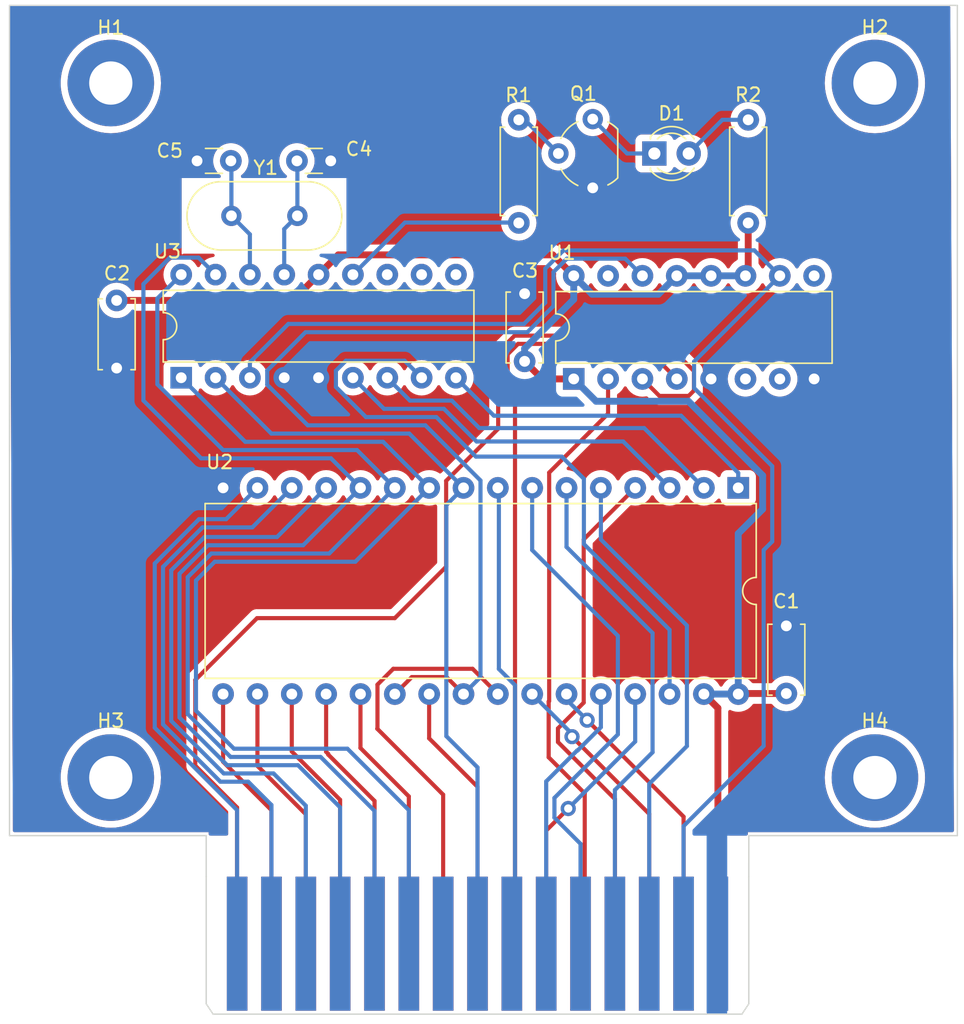
<source format=kicad_pcb>
(kicad_pcb (version 20221018) (generator pcbnew)
  (layers (0 "F.Cu" signal) (31 "B.Cu" signal) (34 "B.Paste" user) (35 "F.Paste" user) (36 "B.SilkS" user "B.Silkscreen") (37 "F.SilkS" user "F.Silkscreen") (38 "B.Mask" user) (39 "F.Mask" user) (44 "Edge.Cuts" user))
  (net 0 "")
  (net 1 "+5V")
  (net 2 "GNDD")
  (net 3 "/D2")
  (net 4 "/~{CS_hC000}")
  (net 5 "/D1")
  (net 6 "/D3")
  (net 7 "/D0")
  (net 8 "/D4")
  (net 9 "/A0")
  (net 10 "/D5")
  (net 11 "/A1")
  (net 12 "/D6")
  (net 13 "/A2")
  (net 14 "/D7")
  (net 15 "GND")
  (net 16 "/A11")
  (net 17 "/A3")
  (net 18 "/A10")
  (net 19 "/A4")
  (net 20 "/~{CS_h8000}")
  (net 21 "/A13")
  (net 22 "/A14")
  (net 23 "/A5")
  (net 24 "/~{CS_hA000}")
  (net 25 "/A6")
  (net 26 "/A12")
  (net 27 "/A7")
  (net 28 "/A9")
  (net 29 "/~{CS_hE000}")
  (net 30 "/A8")
  (net 31 "Net-(U3-RB7{slash}T1OSI{slash}PGD)")
  (net 35 "Net-(U3-CLKOUT{slash}OSC2{slash}RA6)")
  (net 36 "Net-(U3-CLKIN{slash}OSC1{slash}RA7)")
  (net 37 "Net-(U2-A18)")
  (net 38 "Net-(U2-A16)")
  (net 39 "Net-(U2-A15)")
  (net 40 "Net-(U2-A17)")
  (net 41 "Net-(D1-K)")
  (net 44 "Net-(U1-GS)")
  (net 46 "Net-(D1-A)")
  (net 47 "Net-(Q1-B)")
  (footprint "Capacitor_THT:C_Disc_D3.0mm_W1.6mm_P2.50mm" (layer "F.Cu") (at 126.629375 66.967 180)
    (fp_text reference "C4" (at -2.085 0.8764) (layer "F.SilkS"))
    (fp_text value "18pf")
    (pad "1" thru_hole circle (at 0 0 180) (size 1.6 1.6) (drill 0.8) (layers "*.Cu" "*.Mask") (net 2 "GNDD"))
    (pad "2" thru_hole circle (at 2.5 0 180) (size 1.6 1.6) (drill 0.8) (layers "*.Cu" "*.Mask") (net 35 "Net-(U3-CLKOUT{slash}OSC2{slash}RA6)"))
  )
  (footprint "Capacitor_THT:C_Disc_D5.0mm_W2.5mm_P5.00mm" (layer "F.Cu") (at 160.3248 106.3352 90)
    (fp_text reference "C1" (at 6.818 0 180) (layer "F.SilkS"))
    (fp_text value "C")
    (pad "1" thru_hole circle (at 0 0 90) (size 1.6 1.6) (drill 0.8) (layers "*.Cu" "*.Mask") (net 1 "+5V"))
    (pad "2" thru_hole circle (at 5 0 90) (size 1.6 1.6) (drill 0.8) (layers "*.Cu" "*.Mask") (net 2 "GNDD"))
  )
  (footprint "Capacitor_THT:C_Disc_D5.0mm_W2.5mm_P5.00mm" (layer "F.Cu") (at 110.7948 77.2814 -90)
    (fp_text reference "C2" (at -1.9958 -0.0254 -180) (layer "F.SilkS"))
    (fp_text value "C")
    (pad "1" thru_hole circle (at 0 0 270) (size 1.6 1.6) (drill 0.8) (layers "*.Cu" "*.Mask") (net 1 "+5V"))
    (pad "2" thru_hole circle (at 5 0 270) (size 1.6 1.6) (drill 0.8) (layers "*.Cu" "*.Mask") (net 2 "GNDD"))
  )
  (footprint "MountingHole:MountingHole_3.2mm_M3_Pad" (layer "F.Cu") (at 166.878 61.214)
    (fp_text reference "H2" (at 0 -4.1148) (layer "F.SilkS"))
    (fp_text value "MountingHole")
    (pad "1" thru_hole circle (at 0 0) (size 6.4 6.4) (drill 3.2) (layers "*.Cu" "*.Mask"))
  )
  (footprint "Package_TO_SOT_THT:TO-92_Wide" (layer "F.Cu") (at 146.0072 68.961 90)
    (fp_text reference "Q1" (at 6.9596 -0.6938 180) (layer "F.SilkS"))
    (fp_text value "2N3904")
    (pad "1" thru_hole rect (at 0 0 90) (size 1.5 1.5) (drill 0.8) (layers "*.Cu" "*.Mask") (net 2 "GNDD"))
    (pad "2" thru_hole circle (at 2.54 -2.54 90) (size 1.5 1.5) (drill 0.8) (layers "*.Cu" "*.Mask") (net 47 "Net-(Q1-B)"))
    (pad "3" thru_hole circle (at 5.08 0 90) (size 1.5 1.5) (drill 0.8) (layers "*.Cu" "*.Mask") (net 41 "Net-(D1-K)"))
  )
  (footprint "Resistor_THT:R_Axial_DIN0207_L6.3mm_D2.5mm_P7.62mm_Horizontal" (layer "F.Cu") (at 140.5382 63.9318 -90)
    (fp_text reference "R1" (at -1.8288 0.0254 -180) (layer "F.SilkS"))
    (fp_text value "1K")
    (pad "1" thru_hole circle (at 0 0 270) (size 1.6 1.6) (drill 0.8) (layers "*.Cu" "*.Mask") (net 47 "Net-(Q1-B)"))
    (pad "2" thru_hole oval (at 7.62 0 270) (size 1.6 1.6) (drill 0.8) (layers "*.Cu" "*.Mask") (net 31 "Net-(U3-RB7{slash}T1OSI{slash}PGD)"))
  )
  (footprint "Capacitor_THT:C_Disc_D3.0mm_W1.6mm_P2.50mm" (layer "F.Cu") (at 119.243375 66.967 180)
    (fp_text reference "C5" (at 4.5244 0.7494) (layer "F.SilkS"))
    (fp_text value "18pf")
    (pad "1" thru_hole circle (at 0 0 180) (size 1.6 1.6) (drill 0.8) (layers "*.Cu" "*.Mask") (net 36 "Net-(U3-CLKIN{slash}OSC1{slash}RA7)"))
    (pad "2" thru_hole circle (at 2.5 0 180) (size 1.6 1.6) (drill 0.8) (layers "*.Cu" "*.Mask") (net 2 "GNDD"))
  )
  (footprint "Resistor_THT:R_Axial_DIN0207_L6.3mm_D2.5mm_P7.62mm_Horizontal" (layer "F.Cu") (at 157.5054 63.9318 -90)
    (fp_text reference "R2" (at -1.8542 0 -180) (layer "F.SilkS"))
    (fp_text value "220R")
    (pad "1" thru_hole circle (at 0 0 270) (size 1.6 1.6) (drill 0.8) (layers "*.Cu" "*.Mask") (net 46 "Net-(D1-A)"))
    (pad "2" thru_hole oval (at 7.62 0 270) (size 1.6 1.6) (drill 0.8) (layers "*.Cu" "*.Mask") (net 1 "+5V"))
  )
  (footprint "Package_DIP:DIP-32_W15.24mm" (layer "F.Cu") (at 156.7688 91.1352 -90)
    (fp_text reference "U2" (at -1.905 38.354) (layer "F.SilkS"))
    (fp_text value "SST39SF040")
    (pad "1" thru_hole rect (at 0 0 270) (size 1.6 1.6) (drill 0.8) (layers "*.Cu" "*.Mask") (net 37 "Net-(U2-A18)"))
    (pad "2" thru_hole oval (at 0 2.54 270) (size 1.6 1.6) (drill 0.8) (layers "*.Cu" "*.Mask") (net 38 "Net-(U2-A16)"))
    (pad "3" thru_hole oval (at 0 5.08 270) (size 1.6 1.6) (drill 0.8) (layers "*.Cu" "*.Mask") (net 39 "Net-(U2-A15)"))
    (pad "4" thru_hole oval (at 0 7.62 270) (size 1.6 1.6) (drill 0.8) (layers "*.Cu" "*.Mask") (net 26 "/A12"))
    (pad "5" thru_hole oval (at 0 10.16 270) (size 1.6 1.6) (drill 0.8) (layers "*.Cu" "*.Mask") (net 27 "/A7"))
    (pad "6" thru_hole oval (at 0 12.7 270) (size 1.6 1.6) (drill 0.8) (layers "*.Cu" "*.Mask") (net 25 "/A6"))
    (pad "7" thru_hole oval (at 0 15.24 270) (size 1.6 1.6) (drill 0.8) (layers "*.Cu" "*.Mask") (net 23 "/A5"))
    (pad "8" thru_hole oval (at 0 17.78 270) (size 1.6 1.6) (drill 0.8) (layers "*.Cu" "*.Mask") (net 19 "/A4"))
    (pad "9" thru_hole oval (at 0 20.32 270) (size 1.6 1.6) (drill 0.8) (layers "*.Cu" "*.Mask") (net 17 "/A3"))
    (pad "10" thru_hole oval (at 0 22.86 270) (size 1.6 1.6) (drill 0.8) (layers "*.Cu" "*.Mask") (net 13 "/A2"))
    (pad "11" thru_hole oval (at 0 25.4 270) (size 1.6 1.6) (drill 0.8) (layers "*.Cu" "*.Mask") (net 11 "/A1"))
    (pad "12" thru_hole oval (at 0 27.94 270) (size 1.6 1.6) (drill 0.8) (layers "*.Cu" "*.Mask") (net 9 "/A0"))
    (pad "13" thru_hole oval (at 0 30.48 270) (size 1.6 1.6) (drill 0.8) (layers "*.Cu" "*.Mask") (net 7 "/D0"))
    (pad "14" thru_hole oval (at 0 33.02 270) (size 1.6 1.6) (drill 0.8) (layers "*.Cu" "*.Mask") (net 5 "/D1"))
    (pad "15" thru_hole oval (at 0 35.56 270) (size 1.6 1.6) (drill 0.8) (layers "*.Cu" "*.Mask") (net 3 "/D2"))
    (pad "16" thru_hole oval (at 0 38.1 270) (size 1.6 1.6) (drill 0.8) (layers "*.Cu" "*.Mask") (net 2 "GNDD"))
    (pad "17" thru_hole oval (at 15.24 38.1 270) (size 1.6 1.6) (drill 0.8) (layers "*.Cu" "*.Mask") (net 6 "/D3"))
    (pad "18" thru_hole oval (at 15.24 35.56 270) (size 1.6 1.6) (drill 0.8) (layers "*.Cu" "*.Mask") (net 8 "/D4"))
    (pad "19" thru_hole oval (at 15.24 33.02 270) (size 1.6 1.6) (drill 0.8) (layers "*.Cu" "*.Mask") (net 10 "/D5"))
    (pad "20" thru_hole oval (at 15.24 30.48 270) (size 1.6 1.6) (drill 0.8) (layers "*.Cu" "*.Mask") (net 12 "/D6"))
    (pad "21" thru_hole oval (at 15.24 27.94 270) (size 1.6 1.6) (drill 0.8) (layers "*.Cu" "*.Mask") (net 14 "/D7"))
    (pad "22" thru_hole oval (at 15.24 25.4 270) (size 1.6 1.6) (drill 0.8) (layers "*.Cu" "*.Mask") (net 44 "Net-(U1-GS)"))
    (pad "23" thru_hole oval (at 15.24 22.86 270) (size 1.6 1.6) (drill 0.8) (layers "*.Cu" "*.Mask") (net 18 "/A10"))
    (pad "24" thru_hole oval (at 15.24 20.32 270) (size 1.6 1.6) (drill 0.8) (layers "*.Cu" "*.Mask") (net 44 "Net-(U1-GS)"))
    (pad "25" thru_hole oval (at 15.24 17.78 270) (size 1.6 1.6) (drill 0.8) (layers "*.Cu" "*.Mask") (net 16 "/A11"))
    (pad "26" thru_hole oval (at 15.24 15.24 270) (size 1.6 1.6) (drill 0.8) (layers "*.Cu" "*.Mask") (net 28 "/A9"))
    (pad "27" thru_hole oval (at 15.24 12.7 270) (size 1.6 1.6) (drill 0.8) (layers "*.Cu" "*.Mask") (net 30 "/A8"))
    (pad "28" thru_hole oval (at 15.24 10.16 270) (size 1.6 1.6) (drill 0.8) (layers "*.Cu" "*.Mask") (net 21 "/A13"))
    (pad "29" thru_hole oval (at 15.24 7.62 270) (size 1.6 1.6) (drill 0.8) (layers "*.Cu" "*.Mask") (net 22 "/A14"))
    (pad "30" thru_hole oval (at 15.24 5.08 270) (size 1.6 1.6) (drill 0.8) (layers "*.Cu" "*.Mask") (net 40 "Net-(U2-A17)"))
    (pad "31" thru_hole oval (at 15.24 2.54 270) (size 1.6 1.6) (drill 0.8) (layers "*.Cu" "*.Mask") (net 1 "+5V"))
    (pad "32" thru_hole oval (at 15.24 0 270) (size 1.6 1.6) (drill 0.8) (layers "*.Cu" "*.Mask") (net 1 "+5V"))
  )
  (footprint "MountingHole:MountingHole_3.2mm_M3_Pad" (layer "F.Cu") (at 166.878 112.5474)
    (fp_text reference "H4" (at 0 -4.2) (layer "F.SilkS"))
    (fp_text value "MountingHole")
    (pad "1" thru_hole circle (at 0 0) (size 6.4 6.4) (drill 3.2) (layers "*.Cu" "*.Mask"))
  )
  (footprint "Capacitor_THT:C_Disc_D5.0mm_W2.5mm_P5.00mm" (layer "F.Cu") (at 140.97 81.7834 90)
    (fp_text reference "C3" (at 6.701 0.0254 180) (layer "F.SilkS"))
    (fp_text value "C")
    (pad "1" thru_hole circle (at 0 0 90) (size 1.6 1.6) (drill 0.8) (layers "*.Cu" "*.Mask") (net 1 "+5V"))
    (pad "2" thru_hole circle (at 5 0 90) (size 1.6 1.6) (drill 0.8) (layers "*.Cu" "*.Mask") (net 2 "GNDD"))
  )
  (footprint "Connector_PCBEdge_EXT:Colecovision_Cartridge" (layer "F.Cu") (at 115.895 126.729)
    (fp_text reference "J1" hide)
    (fp_text value "Conn_02x15_Odd_Even")
    (fp_line (start 1.524 2.54) (end 1.524 -6.858) (stroke (width 0.1)) (layer "Edge.Cuts"))
    (fp_line (start 2.032 3.302) (end 1.524 2.54) (stroke (width 0.1)) (layer "Edge.Cuts"))
    (fp_line (start 41.148 3.302) (end 2.032 3.302) (stroke (width 0.1)) (layer "Edge.Cuts"))
    (fp_line (start 41.656 -6.858) (end 41.656 2.54) (stroke (width 0.1)) (layer "Edge.Cuts"))
    (fp_line (start 41.656 2.54) (end 41.148 3.302) (stroke (width 0.1)) (layer "Edge.Cuts"))
    (pad "1" connect rect (at 3.81 -1.905) (size 1.524 9.906) (layers "B.Cu" "B.Mask") (net 3 "/D2"))
    (pad "2" connect rect (at 3.81 -1.905) (size 1.524 9.906) (layers "F.Cu" "F.Mask") (net 4 "/~{CS_hC000}"))
    (pad "3" connect rect (at 6.35 -1.905) (size 1.524 9.906) (layers "B.Cu" "B.Mask") (net 5 "/D1"))
    (pad "4" connect rect (at 6.35 -1.905) (size 1.524 9.906) (layers "F.Cu" "F.Mask") (net 6 "/D3"))
    (pad "5" connect rect (at 8.89 -1.905) (size 1.524 9.906) (layers "B.Cu" "B.Mask") (net 7 "/D0"))
    (pad "6" connect rect (at 8.89 -1.905) (size 1.524 9.906) (layers "F.Cu" "F.Mask") (net 8 "/D4"))
    (pad "7" connect rect (at 11.43 -1.905) (size 1.524 9.906) (layers "B.Cu" "B.Mask") (net 9 "/A0"))
    (pad "8" connect rect (at 11.43 -1.905) (size 1.524 9.906) (layers "F.Cu" "F.Mask") (net 10 "/D5"))
    (pad "9" connect rect (at 13.97 -1.905) (size 1.524 9.906) (layers "B.Cu" "B.Mask") (net 11 "/A1"))
    (pad "10" connect rect (at 13.97 -1.905) (size 1.524 9.906) (layers "F.Cu" "F.Mask") (net 12 "/D6"))
    (pad "11" connect rect (at 16.51 -1.905) (size 1.524 9.906) (layers "B.Cu" "B.Mask") (net 13 "/A2"))
    (pad "12" connect rect (at 16.51 -1.905) (size 1.524 9.906) (layers "F.Cu" "F.Mask") (net 14 "/D7"))
    (pad "13" connect rect (at 19.05 -1.905) (size 1.524 9.906) (layers "B.Cu" "B.Mask") (net 15 "GND"))
    (pad "14" connect rect (at 19.05 -1.905) (size 1.524 9.906) (layers "F.Cu" "F.Mask") (net 16 "/A11"))
    (pad "15" connect rect (at 21.59 -1.905) (size 1.524 9.906) (layers "B.Cu" "B.Mask") (net 17 "/A3"))
    (pad "16" connect rect (at 21.59 -1.905) (size 1.524 9.906) (layers "F.Cu" "F.Mask") (net 18 "/A10"))
    (pad "17" connect rect (at 24.13 -1.905) (size 1.524 9.906) (layers "B.Cu" "B.Mask") (net 19 "/A4"))
    (pad "18" connect rect (at 24.13 -1.905) (size 1.524 9.906) (layers "F.Cu" "F.Mask") (net 20 "/~{CS_h8000}"))
    (pad "19" connect rect (at 26.67 -1.905) (size 1.524 9.906) (layers "B.Cu" "B.Mask") (net 21 "/A13"))
    (pad "20" connect rect (at 26.67 -1.905) (size 1.524 9.906) (layers "F.Cu" "F.Mask") (net 22 "/A14"))
    (pad "21" connect rect (at 29.21 -1.905) (size 1.524 9.906) (layers "B.Cu" "B.Mask") (net 23 "/A5"))
    (pad "22" connect rect (at 29.21 -1.905) (size 1.524 9.906) (layers "F.Cu" "F.Mask") (net 24 "/~{CS_hA000}"))
    (pad "23" connect rect (at 31.75 -1.905) (size 1.524 9.906) (layers "B.Cu" "B.Mask") (net 25 "/A6"))
    (pad "24" connect rect (at 31.75 -1.905) (size 1.524 9.906) (layers "F.Cu" "F.Mask") (net 26 "/A12"))
    (pad "25" connect rect (at 34.29 -1.905) (size 1.524 9.906) (layers "B.Cu" "B.Mask") (net 27 "/A7"))
    (pad "26" connect rect (at 34.29 -1.905) (size 1.524 9.906) (layers "F.Cu" "F.Mask") (net 28 "/A9"))
    (pad "27" connect rect (at 36.83 -1.905) (size 1.524 9.906) (layers "B.Cu" "B.Mask") (net 29 "/~{CS_hE000}"))
    (pad "28" connect rect (at 36.83 -1.905) (size 1.524 9.906) (layers "F.Cu" "F.Mask") (net 30 "/A8"))
    (pad "29" connect rect (at 39.37 -1.905) (size 1.524 9.906) (layers "B.Cu" "B.Mask") (net 2 "GNDD"))
    (pad "30" connect rect (at 39.37 -1.905) (size 1.524 9.906) (layers "F.Cu" "F.Mask") (net 1 "+5V"))
  )
  (footprint "MountingHole:MountingHole_3.2mm_M3_Pad" (layer "F.Cu") (at 110.363 61.214)
    (fp_text reference "H1" (at 0 -4.0894) (layer "F.SilkS"))
    (fp_text value "MountingHole")
    (pad "1" thru_hole circle (at 0 0) (size 6.4 6.4) (drill 3.2) (layers "*.Cu" "*.Mask"))
  )
  (footprint "LED_THT:LED_D3.0mm" (layer "F.Cu") (at 150.5662 66.421)
    (fp_text reference "D1" (at 1.27 -2.96) (layer "F.SilkS"))
    (fp_text value "LED")
    (pad "1" thru_hole rect (at 0 0) (size 1.8 1.8) (drill 0.9) (layers "*.Cu" "*.Mask") (net 41 "Net-(D1-K)"))
    (pad "2" thru_hole circle (at 2.54 0) (size 1.8 1.8) (drill 0.9) (layers "*.Cu" "*.Mask") (net 46 "Net-(D1-A)"))
  )
  (footprint "MountingHole:MountingHole_3.2mm_M3_Pad" (layer "F.Cu") (at 110.363 112.5474)
    (fp_text reference "H3" (at 0 -4.2) (layer "F.SilkS"))
    (fp_text value "MountingHole")
    (pad "1" thru_hole circle (at 0 0) (size 6.4 6.4) (drill 3.2) (layers "*.Cu" "*.Mask"))
  )
  (footprint "Package_DIP:DIP-18_W7.62mm" (layer "F.Cu") (at 115.569975 82.9944 90)
    (fp_text reference "U3" (at 9.3372 -1.015975 180) (layer "F.SilkS"))
    (fp_text value "PIC16F648A-IP")
    (pad "1" thru_hole rect (at 0 0 90) (size 1.6 1.6) (drill 0.8) (layers "*.Cu" "*.Mask") (net 13 "/A2"))
    (pad "2" thru_hole oval (at 0 2.54 90) (size 1.6 1.6) (drill 0.8) (layers "*.Cu" "*.Mask") (net 17 "/A3"))
    (pad "3" thru_hole oval (at 0 5.08 90) (size 1.6 1.6) (drill 0.8) (layers "*.Cu" "*.Mask") (net 29 "/~{CS_hE000}"))
    (pad "4" thru_hole oval (at 0 7.62 90) (size 1.6 1.6) (drill 0.8) (layers "*.Cu" "*.Mask") (net 2 "GNDD"))
    (pad "5" thru_hole oval (at 0 10.16 90) (size 1.6 1.6) (drill 0.8) (layers "*.Cu" "*.Mask") (net 2 "GNDD"))
    (pad "6" thru_hole oval (at 0 12.7 90) (size 1.6 1.6) (drill 0.8) (layers "*.Cu" "*.Mask") (net 39 "Net-(U2-A15)"))
    (pad "7" thru_hole oval (at 0 15.24 90) (size 1.6 1.6) (drill 0.8) (layers "*.Cu" "*.Mask") (net 38 "Net-(U2-A16)"))
    (pad "8" thru_hole oval (at 0 17.78 90) (size 1.6 1.6) (drill 0.8) (layers "*.Cu" "*.Mask") (net 40 "Net-(U2-A17)"))
    (pad "9" thru_hole oval (at 0 20.32 90) (size 1.6 1.6) (drill 0.8) (layers "*.Cu" "*.Mask") (net 37 "Net-(U2-A18)"))
    (pad "10" thru_hole oval (at 7.62 20.32 90) (size 1.6 1.6) (drill 0.8) (layers "*.Cu" "*.Mask"))
    (pad "11" thru_hole oval (at 7.62 17.78 90) (size 1.6 1.6) (drill 0.8) (layers "*.Cu" "*.Mask"))
    (pad "12" thru_hole oval (at 7.62 15.24 90) (size 1.6 1.6) (drill 0.8) (layers "*.Cu" "*.Mask"))
    (pad "13" thru_hole oval (at 7.62 12.7 90) (size 1.6 1.6) (drill 0.8) (layers "*.Cu" "*.Mask") (net 31 "Net-(U3-RB7{slash}T1OSI{slash}PGD)"))
    (pad "14" thru_hole oval (at 7.62 10.16 90) (size 1.6 1.6) (drill 0.8) (layers "*.Cu" "*.Mask") (net 1 "+5V"))
    (pad "15" thru_hole oval (at 7.62 7.62 90) (size 1.6 1.6) (drill 0.8) (layers "*.Cu" "*.Mask") (net 35 "Net-(U3-CLKOUT{slash}OSC2{slash}RA6)"))
    (pad "16" thru_hole oval (at 7.62 5.08 90) (size 1.6 1.6) (drill 0.8) (layers "*.Cu" "*.Mask") (net 36 "Net-(U3-CLKIN{slash}OSC1{slash}RA7)"))
    (pad "17" thru_hole oval (at 7.62 2.54 90) (size 1.6 1.6) (drill 0.8) (layers "*.Cu" "*.Mask") (net 9 "/A0"))
    (pad "18" thru_hole oval (at 7.62 0 90) (size 1.6 1.6) (drill 0.8) (layers "*.Cu" "*.Mask") (net 11 "/A1"))
  )
  (footprint "Package_DIP:DIP-16_W7.62mm" (layer "F.Cu") (at 144.6022 83.0834 90)
    (fp_text reference "U1" (at 9.3218 -0.8636 180) (layer "F.SilkS"))
    (fp_text value "74LS148")
    (pad "1" thru_hole rect (at 0 0 90) (size 1.6 1.6) (drill 0.8) (layers "*.Cu" "*.Mask") (net 1 "+5V"))
    (pad "2" thru_hole oval (at 0 2.54 90) (size 1.6 1.6) (drill 0.8) (layers "*.Cu" "*.Mask") (net 24 "/~{CS_hA000}"))
    (pad "3" thru_hole oval (at 0 5.08 90) (size 1.6 1.6) (drill 0.8) (layers "*.Cu" "*.Mask") (net 4 "/~{CS_hC000}"))
    (pad "4" thru_hole oval (at 0 7.62 90) (size 1.6 1.6) (drill 0.8) (layers "*.Cu" "*.Mask") (net 20 "/~{CS_h8000}"))
    (pad "5" thru_hole oval (at 0 10.16 90) (size 1.6 1.6) (drill 0.8) (layers "*.Cu" "*.Mask") (net 2 "GNDD"))
    (pad "6" thru_hole oval (at 0 12.7 90) (size 1.6 1.6) (drill 0.8) (layers "*.Cu" "*.Mask"))
    (pad "7" thru_hole oval (at 0 15.24 90) (size 1.6 1.6) (drill 0.8) (layers "*.Cu" "*.Mask"))
    (pad "8" thru_hole oval (at 0 17.78 90) (size 1.6 1.6) (drill 0.8) (layers "*.Cu" "*.Mask") (net 2 "GNDD"))
    (pad "9" thru_hole oval (at 7.62 17.78 90) (size 1.6 1.6) (drill 0.8) (layers "*.Cu" "*.Mask"))
    (pad "10" thru_hole oval (at 7.62 15.24 90) (size 1.6 1.6) (drill 0.8) (layers "*.Cu" "*.Mask") (net 29 "/~{CS_hE000}"))
    (pad "11" thru_hole oval (at 7.62 12.7 90) (size 1.6 1.6) (drill 0.8) (layers "*.Cu" "*.Mask") (net 1 "+5V"))
    (pad "12" thru_hole oval (at 7.62 10.16 90) (size 1.6 1.6) (drill 0.8) (layers "*.Cu" "*.Mask") (net 1 "+5V"))
    (pad "13" thru_hole oval (at 7.62 7.62 90) (size 1.6 1.6) (drill 0.8) (layers "*.Cu" "*.Mask") (net 1 "+5V"))
    (pad "14" thru_hole oval (at 7.62 5.08 90) (size 1.6 1.6) (drill 0.8) (layers "*.Cu" "*.Mask") (net 44 "Net-(U1-GS)"))
    (pad "15" thru_hole oval (at 7.62 2.54 90) (size 1.6 1.6) (drill 0.8) (layers "*.Cu" "*.Mask"))
    (pad "16" thru_hole oval (at 7.62 0 90) (size 1.6 1.6) (drill 0.8) (layers "*.Cu" "*.Mask") (net 1 "+5V"))
  )
  (footprint "Crystal:Crystal_HC49-4H_Vertical" (layer "F.Cu") (at 124.163375 71.031 180)
    (fp_text reference "Y1" (at 2.34 3.556) (layer "F.SilkS"))
    (fp_text value "Crystal")
    (pad "1" thru_hole circle (at 0 0 180) (size 1.5 1.5) (drill 0.8) (layers "*.Cu" "*.Mask") (net 35 "Net-(U3-CLKOUT{slash}OSC2{slash}RA6)"))
    (pad "2" thru_hole circle (at 4.88 0 180) (size 1.5 1.5) (drill 0.8) (layers "*.Cu" "*.Mask") (net 36 "Net-(U3-CLKIN{slash}OSC1{slash}RA7)"))
  )
  (gr_line (start 172.974 116.84) (end 172.974 55.4736) (stroke (width 0.1)) (layer "Edge.Cuts"))
  (gr_line (start 102.87 55.4736) (end 102.87 116.84) (stroke (width 0.1)) (layer "Edge.Cuts"))
  (gr_line (start 117.419 119.871) (end 117.419 116.84) (stroke (width 0.1)) (layer "Edge.Cuts"))
  (gr_line (start 172.974 55.4736) (end 102.87 55.4736) (stroke (width 0.1)) (layer "Edge.Cuts"))
  (gr_line (start 157.551371 116.84) (end 172.974 116.84) (stroke (width 0.1)) (layer "Edge.Cuts"))
  (gr_line (start 157.551 119.871) (end 157.551371 116.84) (stroke (width 0.1)) (layer "Edge.Cuts"))
  (gr_line (start 117.417373 116.84) (end 102.87 116.84) (stroke (width 0.1)) (layer "Edge.Cuts"))
  (segment (start 144.6022 75.4634) (end 143.0528 73.914) (width 0.508) (layer "F.Cu") (net 1))
  (segment (start 123.822975 77.2814) (end 125.729975 75.3744) (width 0.508) (layer "F.Cu") (net 1))
  (segment (start 157.5054 75.2602) (end 157.3022 75.4634) (width 0.508) (layer "F.Cu") (net 1))
  (segment (start 157.5054 71.5518) (end 157.5054 75.2602) (width 0.508) (layer "F.Cu") (net 1))
  (segment (start 144.6022 83.0834) (end 142.27 83.0834) (width 0.508) (layer "F.Cu") (net 1))
  (segment (start 127.190375 73.914) (end 125.729975 75.3744) (width 0.508) (layer "F.Cu") (net 1))
  (segment (start 160.3248 106.3352) (end 156.8088 106.3352) (width 0.508) (layer "F.Cu") (net 1))
  (segment (start 156.8088 106.3352) (end 156.7688 106.3752) (width 0.508) (layer "F.Cu") (net 1))
  (segment (start 110.7948 77.2814) (end 123.822975 77.2814) (width 0.508) (layer "F.Cu") (net 1))
  (segment (start 143.0528 73.914) (end 127.190375 73.914) (width 0.508) (layer "F.Cu") (net 1))
  (segment (start 142.27 83.0834) (end 140.97 81.7834) (width 0.508) (layer "F.Cu") (net 1))
  (segment (start 155.265 124.824) (end 155.265 107.4114) (width 0.508) (layer "F.Cu") (net 1))
  (segment (start 155.265 107.4114) (end 154.2288 106.3752) (width 0.508) (layer "F.Cu") (net 1))
  (segment (start 158.5722 90.221) (end 153.0856 84.7344) (width 0.508) (layer "B.Cu") (net 1))
  (segment (start 146.2532 84.7344) (end 144.6022 83.0834) (width 0.508) (layer "B.Cu") (net 1))
  (segment (start 152.2222 75.4634) (end 150.8634 76.8222) (width 0.508) (layer "B.Cu") (net 1))
  (segment (start 140.97 81.7834) (end 140.97 80.837988) (width 0.508) (layer "B.Cu") (net 1))
  (segment (start 158.5722 92.71) (end 158.5722 90.221) (width 0.508) (layer "B.Cu") (net 1))
  (segment (start 156.8088 106.3352) (end 156.7688 106.3752) (width 0.508) (layer "B.Cu") (net 1))
  (segment (start 153.0856 84.7344) (end 146.2532 84.7344) (width 0.508) (layer "B.Cu") (net 1))
  (segment (start 144.6022 77.205788) (end 144.6022 75.4634) (width 0.508) (layer "B.Cu") (net 1))
  (segment (start 145.961 76.8222) (end 144.6022 75.4634) (width 0.508) (layer "B.Cu") (net 1))
  (segment (start 150.8634 76.8222) (end 145.961 76.8222) (width 0.508) (layer "B.Cu") (net 1))
  (segment (start 154.7622 75.4634) (end 157.3022 75.4634) (width 0.508) (layer "B.Cu") (net 1))
  (segment (start 156.7688 106.3752) (end 156.7688 94.5134) (width 0.508) (layer "B.Cu") (net 1))
  (segment (start 156.7688 106.3752) (end 154.2288 106.3752) (width 0.508) (layer "B.Cu") (net 1))
  (segment (start 156.7688 94.5134) (end 158.5722 92.71) (width 0.508) (layer "B.Cu") (net 1))
  (segment (start 140.97 80.837988) (end 144.6022 77.205788) (width 0.508) (layer "B.Cu") (net 1))
  (segment (start 160.2848 106.3752) (end 160.3248 106.3352) (width 0.508) (layer "B.Cu") (net 1))
  (segment (start 152.2222 75.4634) (end 154.7622 75.4634) (width 0.508) (layer "B.Cu") (net 1))
  (segment (start 116.8908 93.4466) (end 118.8974 93.4466) (width 0.3048) (layer "B.Cu") (net 3))
  (segment (start 119.705 124.824) (end 119.705 114.9552) (width 0.3048) (layer "B.Cu") (net 3))
  (segment (start 119.705 114.9552) (end 113.6142 108.864399) (width 0.3048) (layer "B.Cu") (net 3))
  (segment (start 118.8974 93.4466) (end 121.2088 91.1352) (width 0.3048) (layer "B.Cu") (net 3))
  (segment (start 113.6142 96.723199) (end 116.8908 93.4466) (width 0.3048) (layer "B.Cu") (net 3))
  (segment (start 113.6142 108.864399) (end 113.6142 96.723199) (width 0.3048) (layer "B.Cu") (net 3))
  (segment (start 135.166 90.61445) (end 135.166 96.9646) (width 0.3048) (layer "F.Cu") (net 4))
  (segment (start 131.3688 100.7618) (end 121.1834 100.7618) (width 0.3048) (layer "F.Cu") (net 4))
  (segment (start 153.4922 82.4992) (end 150.876 79.883) (width 0.3048) (layer "F.Cu") (net 4))
  (segment (start 153.09855 84.3406) (end 153.4922 83.94695) (width 0.3048) (layer "F.Cu") (net 4))
  (segment (start 121.1834 100.7618) (end 116.6114 105.3338) (width 0.3048) (layer "F.Cu") (net 4))
  (segment (start 153.4922 83.94695) (end 153.4922 82.4992) (width 0.3048) (layer "F.Cu") (net 4))
  (segment (start 116.6114 111.6688) (end 119.705 114.7624) (width 0.3048) (layer "F.Cu") (net 4))
  (segment (start 119.705 114.7624) (end 119.705 124.824) (width 0.3048) (layer "F.Cu") (net 4))
  (segment (start 140.230345 79.883) (end 139.0142 81.099145) (width 0.3048) (layer "F.Cu") (net 4))
  (segment (start 135.166 96.9646) (end 131.3688 100.7618) (width 0.3048) (layer "F.Cu") (net 4))
  (segment (start 116.6114 105.3338) (end 116.6114 111.6688) (width 0.3048) (layer "F.Cu") (net 4))
  (segment (start 149.6822 83.0834) (end 150.9394 84.3406) (width 0.3048) (layer "F.Cu") (net 4))
  (segment (start 150.9394 84.3406) (end 153.09855 84.3406) (width 0.3048) (layer "F.Cu") (net 4))
  (segment (start 139.0142 86.76625) (end 135.166 90.61445) (width 0.3048) (layer "F.Cu") (net 4))
  (segment (start 139.0142 81.099145) (end 139.0142 86.76625) (width 0.3048) (layer "F.Cu") (net 4))
  (segment (start 150.876 79.883) (end 140.230345 79.883) (width 0.3048) (layer "F.Cu") (net 4))
  (segment (start 114.2238 108.611895) (end 114.2238 96.975703) (width 0.3048) (layer "B.Cu") (net 5))
  (segment (start 120.523 112.8522) (end 118.464104 112.8522) (width 0.3048) (layer "B.Cu") (net 5))
  (segment (start 120.8278 94.0562) (end 123.7488 91.1352) (width 0.3048) (layer "B.Cu") (net 5))
  (segment (start 122.245 124.824) (end 122.245 114.5742) (width 0.3048) (layer "B.Cu") (net 5))
  (segment (start 122.245 114.5742) (end 120.523 112.8522) (width 0.3048) (layer "B.Cu") (net 5))
  (segment (start 117.143304 94.0562) (end 120.8278 94.0562) (width 0.3048) (layer "B.Cu") (net 5))
  (segment (start 118.464104 112.8522) (end 114.2238 108.611895) (width 0.3048) (layer "B.Cu") (net 5))
  (segment (start 114.2238 96.975703) (end 117.143304 94.0562) (width 0.3048) (layer "B.Cu") (net 5))
  (segment (start 122.245 114.9552) (end 122.245 124.824) (width 0.3048) (layer "F.Cu") (net 6))
  (segment (start 118.6688 111.379) (end 122.245 114.9552) (width 0.3048) (layer "F.Cu") (net 6))
  (segment (start 118.6688 106.3752) (end 118.6688 111.379) (width 0.3048) (layer "F.Cu") (net 6))
  (segment (start 122.4026 112.2426) (end 118.716609 112.2426) (width 0.3048) (layer "B.Cu") (net 7))
  (segment (start 124.785 124.824) (end 124.785 114.625) (width 0.3048) (layer "B.Cu") (net 7))
  (segment (start 124.785 114.625) (end 122.4026 112.2426) (width 0.3048) (layer "B.Cu") (net 7))
  (segment (start 117.294208 94.7674) (end 122.6566 94.7674) (width 0.3048) (layer "B.Cu") (net 7))
  (segment (start 122.6566 94.7674) (end 126.2888 91.1352) (width 0.3048) (layer "B.Cu") (net 7))
  (segment (start 114.8334 108.359391) (end 114.8334 97.228207) (width 0.3048) (layer "B.Cu") (net 7))
  (segment (start 114.8334 97.228207) (end 117.294208 94.7674) (width 0.3048) (layer "B.Cu") (net 7))
  (segment (start 118.716609 112.2426) (end 114.8334 108.359391) (width 0.3048) (layer "B.Cu") (net 7))
  (segment (start 121.2088 111.6838) (end 121.2088 106.3752) (width 0.3048) (layer "F.Cu") (net 8))
  (segment (start 124.785 115.26) (end 121.2088 111.6838) (width 0.3048) (layer "F.Cu") (net 8))
  (segment (start 124.785 124.824) (end 124.785 115.26) (width 0.3048) (layer "F.Cu") (net 8))
  (segment (start 124.206 111.633) (end 118.969111 111.633) (width 0.3048) (layer "B.Cu") (net 9))
  (segment (start 128.8288 91.1352) (end 126.6444 88.9508) (width 0.3048) (layer "B.Cu") (net 9))
  (segment (start 115.443 97.480711) (end 117.546712 95.377) (width 0.3048) (layer "B.Cu") (net 9))
  (segment (start 112.776 84.6836) (end 112.776 76.073) (width 0.3048) (layer "B.Cu") (net 9))
  (segment (start 117.546712 95.377) (end 124.587 95.377) (width 0.3048) (layer "B.Cu") (net 9))
  (segment (start 124.587 95.377) (end 128.8288 91.1352) (width 0.3048) (layer "B.Cu") (net 9))
  (segment (start 118.969111 111.633) (end 115.443 108.106887) (width 0.3048) (layer "B.Cu") (net 9))
  (segment (start 112.776 76.073) (end 114.7318 74.1172) (width 0.3048) (layer "B.Cu") (net 9))
  (segment (start 117.0432 88.9508) (end 112.776 84.6836) (width 0.3048) (layer "B.Cu") (net 9))
  (segment (start 115.443 108.106887) (end 115.443 97.480711) (width 0.3048) (layer "B.Cu") (net 9))
  (segment (start 114.7318 74.1172) (end 116.852775 74.1172) (width 0.3048) (layer "B.Cu") (net 9))
  (segment (start 126.6444 88.9508) (end 117.0432 88.9508) (width 0.3048) (layer "B.Cu") (net 9))
  (segment (start 127.325 114.752) (end 124.206 111.633) (width 0.3048) (layer "B.Cu") (net 9))
  (segment (start 127.325 124.824) (end 127.325 114.752) (width 0.3048) (layer "B.Cu") (net 9))
  (segment (start 116.852775 74.1172) (end 118.109975 75.3744) (width 0.3048) (layer "B.Cu") (net 9))
  (segment (start 127.325 114.1932) (end 127.325 124.824) (width 0.3048) (layer "F.Cu") (net 10))
  (segment (start 123.7488 110.617) (end 127.325 114.1932) (width 0.3048) (layer "F.Cu") (net 10))
  (segment (start 123.7488 106.3752) (end 123.7488 110.617) (width 0.3048) (layer "F.Cu") (net 10))
  (segment (start 117.799216 95.9866) (end 126.5174 95.9866) (width 0.3048) (layer "B.Cu") (net 11))
  (segment (start 119.221616 111.0234) (end 116.0526 107.854383) (width 0.3048) (layer "B.Cu") (net 11))
  (segment (start 116.0526 97.733216) (end 117.799216 95.9866) (width 0.3048) (layer "B.Cu") (net 11))
  (segment (start 129.865 124.824) (end 129.865 115.006) (width 0.3048) (layer "B.Cu") (net 11))
  (segment (start 116.0526 107.854383) (end 116.0526 97.733216) (width 0.3048) (layer "B.Cu") (net 11))
  (segment (start 126.5174 95.9866) (end 131.3688 91.1352) (width 0.3048) (layer "B.Cu") (net 11))
  (segment (start 131.3688 91.1352) (end 128.5748 88.3412) (width 0.3048) (layer "B.Cu") (net 11))
  (segment (start 129.865 115.006) (end 125.8824 111.0234) (width 0.3048) (layer "B.Cu") (net 11))
  (segment (start 118.6688 88.3412) (end 113.804575 83.476975) (width 0.3048) (layer "B.Cu") (net 11))
  (segment (start 113.804575 83.476975) (end 113.804575 77.1398) (width 0.3048) (layer "B.Cu") (net 11))
  (segment (start 125.8824 111.0234) (end 119.221616 111.0234) (width 0.3048) (layer "B.Cu") (net 11))
  (segment (start 128.5748 88.3412) (end 118.6688 88.3412) (width 0.3048) (layer "B.Cu") (net 11))
  (segment (start 113.804575 77.1398) (end 115.569975 75.3744) (width 0.3048) (layer "B.Cu") (net 11))
  (segment (start 129.865 124.824) (end 129.865 120.633) (width 0.3048) (layer "F.Cu") (net 12))
  (segment (start 129.8702 120.6278) (end 129.8702 114.2746) (width 0.3048) (layer "F.Cu") (net 12))
  (segment (start 129.8702 114.2746) (end 126.4412 110.8456) (width 0.3048) (layer "F.Cu") (net 12))
  (segment (start 129.865 120.633) (end 129.8702 120.6278) (width 0.3048) (layer "F.Cu") (net 12))
  (segment (start 126.2888 110.6424) (end 126.2888 106.3752) (width 0.3048) (layer "F.Cu") (net 12))
  (segment (start 126.4412 110.8456) (end 126.4412 110.7948) (width 0.3048) (layer "F.Cu") (net 12))
  (segment (start 126.4412 110.7948) (end 126.2888 110.6424) (width 0.3048) (layer "F.Cu") (net 12))
  (segment (start 119.474121 110.4138) (end 116.6622 107.601879) (width 0.3048) (layer "B.Cu") (net 13))
  (segment (start 132.405 124.824) (end 132.405 114.9552) (width 0.3048) (layer "B.Cu") (net 13))
  (segment (start 132.405 114.9552) (end 127.8636 110.4138) (width 0.3048) (layer "B.Cu") (net 13))
  (segment (start 128.4478 96.5962) (end 133.9088 91.1352) (width 0.3048) (layer "B.Cu") (net 13))
  (segment (start 120.307175 87.7316) (end 115.569975 82.9944) (width 0.3048) (layer "B.Cu") (net 13))
  (segment (start 127.8636 110.4138) (end 119.474121 110.4138) (width 0.3048) (layer "B.Cu") (net 13))
  (segment (start 133.9088 91.1352) (end 130.5052 87.7316) (width 0.3048) (layer "B.Cu") (net 13))
  (segment (start 116.6622 107.601879) (end 116.6622 97.98572) (width 0.3048) (layer "B.Cu") (net 13))
  (segment (start 130.5052 87.7316) (end 120.307175 87.7316) (width 0.3048) (layer "B.Cu") (net 13))
  (segment (start 118.05172 96.5962) (end 128.4478 96.5962) (width 0.3048) (layer "B.Cu") (net 13))
  (segment (start 116.6622 97.98572) (end 118.05172 96.5962) (width 0.3048) (layer "B.Cu") (net 13))
  (segment (start 128.8288 110.363) (end 132.405 113.9392) (width 0.3048) (layer "F.Cu") (net 14))
  (segment (start 128.8288 106.3752) (end 128.8288 110.363) (width 0.3048) (layer "F.Cu") (net 14))
  (segment (start 132.405 113.9392) (end 132.405 124.824) (width 0.3048) (layer "F.Cu") (net 14))
  (segment (start 134.945 124.824) (end 134.945 113.8122) (width 0.3048) (layer "F.Cu") (net 16))
  (segment (start 130.0734 108.9406) (end 130.086 108.928) (width 0.3048) (layer "F.Cu") (net 16))
  (segment (start 130.086 108.928) (end 130.086 105.6768) (width 0.3048) (layer "F.Cu") (net 16))
  (segment (start 134.945 113.8122) (end 130.0734 108.9406) (width 0.3048) (layer "F.Cu") (net 16))
  (segment (start 131.2544 104.5084) (end 137.122 104.5084) (width 0.3048) (layer "F.Cu") (net 16))
  (segment (start 137.122 104.5084) (end 138.9888 106.3752) (width 0.3048) (layer "F.Cu") (net 16))
  (segment (start 130.086 105.6768) (end 131.2544 104.5084) (width 0.3048) (layer "F.Cu") (net 16))
  (segment (start 122.237575 87.122) (end 118.109975 82.9944) (width 0.3048) (layer "B.Cu") (net 17))
  (segment (start 137.485 111.791159) (end 135.1788 109.484959) (width 0.3048) (layer "B.Cu") (net 17))
  (segment (start 135.1788 92.4052) (end 136.4488 91.1352) (width 0.3048) (layer "B.Cu") (net 17))
  (segment (start 132.4356 87.122) (end 122.237575 87.122) (width 0.3048) (layer "B.Cu") (net 17))
  (segment (start 137.485 124.824) (end 137.485 111.791159) (width 0.3048) (layer "B.Cu") (net 17))
  (segment (start 135.1788 109.484959) (end 135.1788 92.4052) (width 0.3048) (layer "B.Cu") (net 17))
  (segment (start 136.4488 91.1352) (end 132.4356 87.122) (width 0.3048) (layer "B.Cu") (net 17))
  (segment (start 137.485 113.228) (end 133.9088 109.6518) (width 0.3048) (layer "F.Cu") (net 18))
  (segment (start 133.9088 109.6518) (end 133.9088 106.3752) (width 0.3048) (layer "F.Cu") (net 18))
  (segment (start 137.485 124.824) (end 137.485 113.228) (width 0.3048) (layer "F.Cu") (net 18))
  (segment (start 139.065 91.2114) (end 138.9888 91.1352) (width 0.3048) (layer "B.Cu") (net 19))
  (segment (start 139.065 104.52105) (end 139.065 91.2114) (width 0.3048) (layer "B.Cu") (net 19))
  (segment (start 140.025 124.824) (end 140.2588 124.5902) (width 0.3048) (layer "B.Cu") (net 19))
  (segment (start 140.2588 124.5902) (end 140.2588 105.71485) (width 0.3048) (layer "B.Cu") (net 19))
  (segment (start 140.2588 105.71485) (end 139.065 104.52105) (width 0.3048) (layer "B.Cu") (net 19))
  (segment (start 149.6314 80.4926) (end 152.2222 83.0834) (width 0.3048) (layer "F.Cu") (net 20))
  (segment (start 140.2588 83.693) (end 139.7128 83.147) (width 0.3048) (layer "F.Cu") (net 20))
  (segment (start 140.48285 80.4926) (end 149.6314 80.4926) (width 0.3048) (layer "F.Cu") (net 20))
  (segment (start 140.2588 124.5902) (end 140.2588 83.693) (width 0.3048) (layer "F.Cu") (net 20))
  (segment (start 140.025 124.824) (end 140.2588 124.5902) (width 0.3048) (layer "F.Cu") (net 20))
  (segment (start 139.7128 83.147) (end 139.7128 81.26265) (width 0.3048) (layer "F.Cu") (net 20))
  (segment (start 139.7128 81.26265) (end 140.48285 80.4926) (width 0.3048) (layer "F.Cu") (net 20))
  (segment (start 146.6088 108.828041) (end 146.6088 106.3752) (width 0.3048) (layer "B.Cu") (net 21))
  (segment (start 144.8562 110.5408) (end 144.896041 110.5408) (width 0.3048) (layer "B.Cu") (net 21))
  (segment (start 144.896041 110.5408) (end 146.6088 108.828041) (width 0.3048) (layer "B.Cu") (net 21))
  (segment (start 142.565 124.824) (end 142.565 112.832) (width 0.3048) (layer "B.Cu") (net 21))
  (segment (start 142.565 112.832) (end 144.8562 110.5408) (width 0.3048) (layer "B.Cu") (net 21))
  (segment (start 144.1958 114.8334) (end 142.565 116.4642) (width 0.3048) (layer "F.Cu") (net 22))
  (segment (start 142.565 116.4642) (end 142.565 124.824) (width 0.3048) (layer "F.Cu") (net 22))
  (via (at 144.1958 114.8334) (size 1.1176) (drill 0.6096) (layers "F.Cu" "B.Cu") (net 22))
  (segment (start 149.1488 109.8804) (end 149.1488 106.3752) (width 0.3048) (layer "B.Cu") (net 22))
  (segment (start 144.1958 114.8334) (end 149.1488 109.8804) (width 0.3048) (layer "B.Cu") (net 22))
  (segment (start 147.866 109.3598) (end 147.866 102.0698) (width 0.3048) (layer "B.Cu") (net 23))
  (segment (start 143.1746 114.0512) (end 147.866 109.3598) (width 0.3048) (layer "B.Cu") (net 23))
  (segment (start 145.105 117.4444) (end 143.1746 115.514) (width 0.3048) (layer "B.Cu") (net 23))
  (segment (start 145.105 124.824) (end 145.105 117.4444) (width 0.3048) (layer "B.Cu") (net 23))
  (segment (start 141.5288 95.7326) (end 141.5288 91.1352) (width 0.3048) (layer "B.Cu") (net 23))
  (segment (start 147.866 102.0698) (end 141.5288 95.7326) (width 0.3048) (layer "B.Cu") (net 23))
  (segment (start 143.1746 115.514) (end 143.1746 114.0512) (width 0.3048) (layer "B.Cu") (net 23))
  (segment (start 145.415 124.514) (end 145.415 113.7158) (width 0.3048) (layer "F.Cu") (net 24))
  (segment (start 147.1422 85.6488) (end 147.1422 83.0834) (width 0.3048) (layer "F.Cu") (net 24))
  (segment (start 145.7198 87.0712) (end 147.1422 85.6488) (width 0.3048) (layer "F.Cu") (net 24))
  (segment (start 142.748 106.93395) (end 142.786 106.89595) (width 0.3048) (layer "F.Cu") (net 24))
  (segment (start 142.748 111.0488) (end 142.748 106.93395) (width 0.3048) (layer "F.Cu") (net 24))
  (segment (start 142.786 106.89595) (end 142.786 90.005) (width 0.3048) (layer "F.Cu") (net 24))
  (segment (start 145.105 124.824) (end 145.415 124.514) (width 0.3048) (layer "F.Cu") (net 24))
  (segment (start 145.415 113.7158) (end 142.748 111.0488) (width 0.3048) (layer "F.Cu") (net 24))
  (segment (start 142.786 90.005) (end 145.7198 87.0712) (width 0.3048) (layer "F.Cu") (net 24))
  (segment (start 150.4316 110.6804) (end 150.4316 101.8668) (width 0.3048) (layer "B.Cu") (net 25))
  (segment (start 147.645 113.467) (end 150.4316 110.6804) (width 0.3048) (layer "B.Cu") (net 25))
  (segment (start 150.4316 101.8668) (end 144.0688 95.504) (width 0.3048) (layer "B.Cu") (net 25))
  (segment (start 144.0688 95.504) (end 144.0688 91.1352) (width 0.3048) (layer "B.Cu") (net 25))
  (segment (start 147.645 124.824) (end 147.645 113.467) (width 0.3048) (layer "B.Cu") (net 25))
  (segment (start 143.4338 108.9152) (end 145.33922 107.00978) (width 0.3048) (layer "F.Cu") (net 26))
  (segment (start 143.4338 109.920241) (end 143.4338 108.9152) (width 0.3048) (layer "F.Cu") (net 26))
  (segment (start 147.645 124.824) (end 147.645 114.131441) (width 0.3048) (layer "F.Cu") (net 26))
  (segment (start 145.33922 94.94478) (end 149.1488 91.1352) (width 0.3048) (layer "F.Cu") (net 26))
  (segment (start 147.645 114.131441) (end 143.4338 109.920241) (width 0.3048) (layer "F.Cu") (net 26))
  (segment (start 145.33922 107.00978) (end 145.33922 94.94478) (width 0.3048) (layer "F.Cu") (net 26))
  (segment (start 150.185 124.824) (end 150.185 113.0098) (width 0.3048) (layer "B.Cu") (net 27))
  (segment (start 152.9716 110.2232) (end 152.9716 101.308) (width 0.3048) (layer "B.Cu") (net 27))
  (segment (start 150.185 113.0098) (end 152.9716 110.2232) (width 0.3048) (layer "B.Cu") (net 27))
  (segment (start 146.6088 94.9452) (end 146.6088 91.1352) (width 0.3048) (layer "B.Cu") (net 27))
  (segment (start 152.9716 101.308) (end 146.6088 94.9452) (width 0.3048) (layer "B.Cu") (net 27))
  (segment (start 150.185 115.2346) (end 150.185 124.824) (width 0.3048) (layer "F.Cu") (net 28))
  (segment (start 144.4752 109.5248) (end 150.185 115.2346) (width 0.3048) (layer "F.Cu") (net 28))
  (via (at 144.4752 109.5248) (size 1.1176) (drill 0.6096) (layers "F.Cu" "B.Cu") (net 28))
  (segment (start 144.4752 109.3216) (end 141.5288 106.3752) (width 0.3048) (layer "B.Cu") (net 28))
  (segment (start 144.4752 109.5248) (end 144.4752 109.3216) (width 0.3048) (layer "B.Cu") (net 28))
  (segment (start 158.6484 95.7326) (end 159.2834 95.0976) (width 0.3048) (layer "B.Cu") (net 29))
  (segment (start 142.494 74.931546) (end 142.494 77.446096) (width 0.3048) (layer "B.Cu") (net 29))
  (segment (start 159.2834 95.0976) (end 159.2834 89.535) (width 0.3048) (layer "B.Cu") (net 29))
  (segment (start 153.505 83.7566) (end 153.505 81.8006) (width 0.3048) (layer "B.Cu") (net 29))
  (segment (start 153.505 81.8006) (end 159.8422 75.4634) (width 0.3048) (layer "B.Cu") (net 29))
  (segment (start 159.8422 75.4634) (end 157.9626 73.5838) (width 0.3048) (layer "B.Cu") (net 29))
  (segment (start 140.920696 79.0194) (end 123.493605 79.0194) (width 0.3048) (layer "B.Cu") (net 29))
  (segment (start 157.9626 73.5838) (end 143.841745 73.5838) (width 0.3048) (layer "B.Cu") (net 29))
  (segment (start 158.6484 110.2106) (end 158.6484 95.7326) (width 0.3048) (layer "B.Cu") (net 29))
  (segment (start 152.725 124.824) (end 152.725 116.134) (width 0.3048) (layer "B.Cu") (net 29))
  (segment (start 152.725 116.134) (end 158.6484 110.2106) (width 0.3048) (layer "B.Cu") (net 29))
  (segment (start 120.649975 81.86303) (end 120.649975 82.9944) (width 0.3048) (layer "B.Cu") (net 29))
  (segment (start 143.841745 73.5838) (end 142.494 74.931546) (width 0.3048) (layer "B.Cu") (net 29))
  (segment (start 142.494 77.446096) (end 140.920696 79.0194) (width 0.3048) (layer "B.Cu") (net 29))
  (segment (start 123.493605 79.0194) (end 120.649975 81.86303) (width 0.3048) (layer "B.Cu") (net 29))
  (segment (start 159.2834 89.535) (end 153.505 83.7566) (width 0.3048) (layer "B.Cu") (net 29))
  (segment (start 145.5928 108.3056) (end 152.725 115.4378) (width 0.3048) (layer "F.Cu") (net 30))
  (segment (start 152.725 115.4378) (end 152.725 124.824) (width 0.3048) (layer "F.Cu") (net 30))
  (via (at 145.5928 108.3056) (size 1.1176) (drill 0.6096) (layers "F.Cu" "B.Cu") (net 30))
  (segment (start 145.5928 108.3056) (end 144.0688 106.7816) (width 0.3048) (layer "B.Cu") (net 30))
  (segment (start 144.0688 106.7816) (end 144.0688 106.3752) (width 0.3048) (layer "B.Cu") (net 30))
  (segment (start 128.269975 75.3744) (end 132.117975 71.5264) (width 0.3048) (layer "B.Cu") (net 31))
  (segment (start 132.117975 71.5264) (end 140.5382 71.5264) (width 0.3048) (layer "B.Cu") (net 31))
  (segment (start 123.189975 72.0044) (end 124.163375 71.031) (width 0.3048) (layer "B.Cu") (net 35))
  (segment (start 123.189975 75.3744) (end 123.189975 72.0044) (width 0.3048) (layer "B.Cu") (net 35))
  (segment (start 124.163375 71.031) (end 124.163375 67.001) (width 0.3048) (layer "B.Cu") (net 35))
  (segment (start 124.163375 67.001) (end 124.129375 66.967) (width 0.3048) (layer "B.Cu") (net 35))
  (segment (start 119.283375 67.007) (end 119.243375 66.967) (width 0.3048) (layer "B.Cu") (net 36))
  (segment (start 119.283375 71.031) (end 120.649975 72.3976) (width 0.3048) (layer "B.Cu") (net 36))
  (segment (start 120.649975 72.3976) (end 120.649975 75.3744) (width 0.3048) (layer "B.Cu") (net 36))
  (segment (start 119.283375 71.031) (end 119.283375 67.007) (width 0.3048) (layer "B.Cu") (net 36))
  (segment (start 138.696775 85.8012) (end 135.889975 82.9944) (width 0.3048) (layer "B.Cu") (net 37))
  (segment (start 152.5396 85.8012) (end 138.696775 85.8012) (width 0.3048) (layer "B.Cu") (net 37))
  (segment (start 156.7688 90.0304) (end 152.5396 85.8012) (width 0.3048) (layer "B.Cu") (net 37))
  (segment (start 156.7688 91.1352) (end 156.7688 90.0304) (width 0.3048) (layer "B.Cu") (net 37))
  (segment (start 149.8092 86.7156) (end 137.6172 86.7156) (width 0.3048) (layer "B.Cu") (net 38))
  (segment (start 154.2288 91.1352) (end 149.8092 86.7156) (width 0.3048) (layer "B.Cu") (net 38))
  (segment (start 130.809975 83.007175) (end 130.809975 82.9944) (width 0.3048) (layer "B.Cu") (net 38))
  (segment (start 135.5852 84.6836) (end 132.4864 84.6836) (width 0.3048) (layer "B.Cu") (net 38))
  (segment (start 137.6172 86.7156) (end 135.5852 84.6836) (width 0.3048) (layer "B.Cu") (net 38))
  (segment (start 132.4864 84.6836) (end 130.809975 83.007175) (width 0.3048) (layer "B.Cu") (net 38))
  (segment (start 130.822575 83.007) (end 130.809975 82.9944) (width 0.3048) (layer "B.Cu") (net 38))
  (segment (start 135.001 85.2932) (end 130.568775 85.2932) (width 0.3048) (layer "B.Cu") (net 39))
  (segment (start 137.414 87.7062) (end 135.001 85.2932) (width 0.3048) (layer "B.Cu") (net 39))
  (segment (start 151.6888 91.1352) (end 148.2598 87.7062) (width 0.3048) (layer "B.Cu") (net 39))
  (segment (start 130.568775 85.2932) (end 128.269975 82.9944) (width 0.3048) (layer "B.Cu") (net 39))
  (segment (start 148.2598 87.7062) (end 137.414 87.7062) (width 0.3048) (layer "B.Cu") (net 39))
  (segment (start 145.3516 90.4622) (end 143.7132 88.8238) (width 0.3048) (layer "B.Cu") (net 40))
  (segment (start 137.3632 88.8238) (end 134.4422 85.9028) (width 0.3048) (layer "B.Cu") (net 40))
  (segment (start 151.6888 106.3752) (end 151.6888 101.6254) (width 0.3048) (layer "B.Cu") (net 40))
  (segment (start 143.7132 88.8238) (end 137.3632 88.8238) (width 0.3048) (layer "B.Cu") (net 40))
  (segment (start 129.2352 85.9028) (end 127.012775 83.680375) (width 0.3048) (layer "B.Cu") (net 40))
  (segment (start 133.304175 83.0402) (end 133.349975 82.9944) (width 0.3048) (layer "B.Cu") (net 40))
  (segment (start 132.092775 81.7372) (end 133.349975 82.9944) (width 0.3048) (layer "B.Cu") (net 40))
  (segment (start 127.749225 81.7372) (end 132.092775 81.7372) (width 0.3048) (layer "B.Cu") (net 40))
  (segment (start 151.6888 101.6254) (end 145.3516 95.2882) (width 0.3048) (layer "B.Cu") (net 40))
  (segment (start 127.012775 82.47365) (end 127.749225 81.7372) (width 0.3048) (layer "B.Cu") (net 40))
  (segment (start 127.012775 83.680375) (end 127.012775 82.47365) (width 0.3048) (layer "B.Cu") (net 40))
  (segment (start 134.4422 85.9028) (end 129.2352 85.9028) (width 0.3048) (layer "B.Cu") (net 40))
  (segment (start 145.3516 95.2882) (end 145.3516 90.4622) (width 0.3048) (layer "B.Cu") (net 40))
  (segment (start 148.5472 66.421) (end 146.0072 63.881) (width 0.3048) (layer "B.Cu") (net 41))
  (segment (start 150.5662 66.421) (end 148.5472 66.421) (width 0.3048) (layer "B.Cu") (net 41))
  (segment (start 135.1916 105.118) (end 136.4488 106.3752) (width 0.3048) (layer "F.Cu") (net 44))
  (segment (start 131.3688 106.3752) (end 132.626 105.118) (width 0.3048) (layer "F.Cu") (net 44))
  (segment (start 132.626 105.118) (end 135.1916 105.118) (width 0.3048) (layer "F.Cu") (net 44))
  (segment (start 133.6294 86.5124) (end 124.930025 86.5124) (width 0.3048) (layer "B.Cu") (net 44))
  (segment (start 124.7648 79.629) (end 141.1732 79.629) (width 0.3048) (layer "B.Cu") (net 44))
  (segment (start 137.706 90.589) (end 133.6294 86.5124) (width 0.3048) (layer "B.Cu") (net 44))
  (segment (start 137.706 105.118) (end 137.706 90.589) (width 0.3048) (layer "B.Cu") (net 44))
  (segment (start 143.1036 75.18405) (end 144.09425 74.1934) (width 0.3048) (layer "B.Cu") (net 44))
  (segment (start 121.932775 83.51515) (end 121.932775 82.461025) (width 0.3048) (layer "B.Cu") (net 44))
  (segment (start 143.1036 77.6986) (end 143.1036 75.18405) (width 0.3048) (layer "B.Cu") (net 44))
  (segment (start 136.4488 106.3752) (end 137.706 105.118) (width 0.3048) (layer "B.Cu") (net 44))
  (segment (start 148.4122 74.1934) (end 149.6822 75.4634) (width 0.3048) (layer "B.Cu") (net 44))
  (segment (start 121.932775 82.461025) (end 124.7648 79.629) (width 0.3048) (layer "B.Cu") (net 44))
  (segment (start 124.930025 86.5124) (end 121.932775 83.51515) (width 0.3048) (layer "B.Cu") (net 44))
  (segment (start 141.1732 79.629) (end 143.1036 77.6986) (width 0.3048) (layer "B.Cu") (net 44))
  (segment (start 144.09425 74.1934) (end 148.4122 74.1934) (width 0.3048) (layer "B.Cu") (net 44))
  (segment (start 157.5054 63.9318) (end 155.5954 63.9318) (width 0.3048) (layer "B.Cu") (net 46))
  (segment (start 155.5954 63.9318) (end 153.1062 66.421) (width 0.3048) (layer "B.Cu") (net 46))
  (segment (start 140.978 63.9318) (end 140.5382 63.9318) (width 0.3048) (layer "B.Cu") (net 47))
  (segment (start 143.4672 66.421) (end 140.978 63.9318) (width 0.3048) (layer "B.Cu") (net 47))
  (zone (net 0) (net_name "") (layers "F&B.Cu") (connect_pads (clearance 0)) (min_thickness 0.25)
    (keepout (tracks allowed) (vias allowed) (pads allowed) (copperpour not_allowed) (footprints allowed))
    (fill (thermal_gap 0.5) (thermal_bridge_width 0.5))
    (polygon (pts (xy 115.600375 73.825) (xy 127.792375 73.825) (xy 127.792375 68.237) (xy 115.600375 68.237)))
  )
  (zone (net 2) (net_name "GNDD") (layers "F&B.Cu") (connect_pads yes (clearance 0.508)) (min_thickness 0.254) (fill yes (thermal_gap 0.508) (thermal_bridge_width 0.508))
    (polygon (pts (xy 172.72 116.586) (xy 157.48 116.586) (xy 157.48 130.048) (xy 117.602 130.048) (xy 117.602 116.586) (xy 103.124 116.586) (xy 102.8543 55.499) (xy 172.4503 55.499)))
  )
  (zone (net 0) (net_name "") (layers "F&B.Cu" "F.SilkS") (connect_pads yes (clearance 0)) (min_thickness 0.254)
    (keepout (tracks allowed) (vias allowed) (pads allowed) (copperpour not_allowed) (footprints allowed))
    (fill (thermal_gap 0.508) (thermal_bridge_width 0.508))
    (polygon (pts (xy 154.432 130.048) (xy 117.602 130.048) (xy 117.602 116.84) (xy 154.432 116.84)))
  )
  (zone (net 0) (net_name "") (layers "F&B.Cu" "F.SilkS") (connect_pads yes (clearance 0)) (min_thickness 0.254)
    (keepout (tracks allowed) (vias allowed) (pads allowed) (copperpour not_allowed) (footprints allowed))
    (fill (thermal_gap 0.508) (thermal_bridge_width 0.508))
    (polygon (pts (xy 157.48 130.048) (xy 155.956 130.048) (xy 155.956 116.84) (xy 157.48 116.84)))
  )
)
</source>
